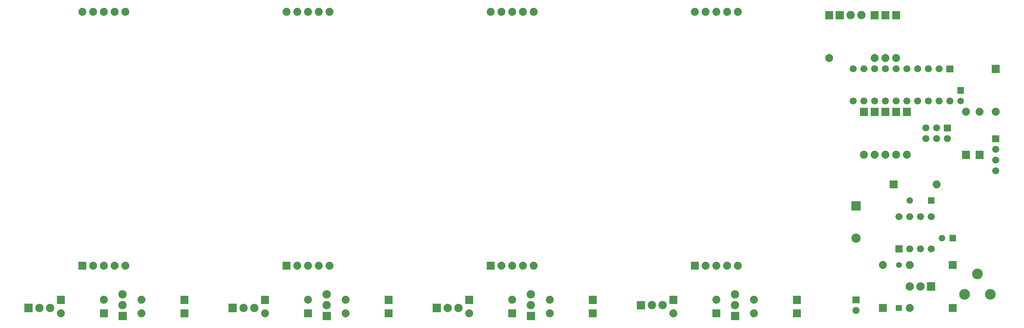
<source format=gbr>
G04 start of page 7 for group -4062 idx -4062 *
G04 Title: Septimus, soldermask *
G04 Creator: pcb 20140316 *
G04 CreationDate: Mon Jun  9 18:26:02 2014 UTC *
G04 For: scheibler *
G04 Format: Gerber/RS-274X *
G04 PCB-Dimensions (mil): 10000.00 4000.00 *
G04 PCB-Coordinate-Origin: lower left *
%MOIN*%
%FSLAX25Y25*%
%LNBOTTOMMASK*%
%ADD72C,0.0995*%
%ADD71C,0.0560*%
%ADD70C,0.0860*%
%ADD69C,0.0610*%
%ADD68C,0.0660*%
%ADD67C,0.0780*%
%ADD66C,0.0001*%
%ADD65C,0.0740*%
G54D65*X95000Y340600D03*
X105000D03*
G54D66*G36*
X91300Y108100D02*Y100700D01*
X98700D01*
Y108100D01*
X91300D01*
G37*
G54D65*X105000Y104400D03*
X115000D03*
X125000D03*
X135000D03*
X115000Y340600D03*
X125000D03*
X135000D03*
G54D66*G36*
X128600Y61400D02*Y53600D01*
X136400D01*
Y61400D01*
X128600D01*
G37*
G54D67*X132500Y67500D03*
Y77500D03*
G54D66*G36*
X111300Y63700D02*Y56300D01*
X118700D01*
Y63700D01*
X111300D01*
G37*
G54D65*X115000Y72500D03*
G54D66*G36*
X421100Y68900D02*Y61100D01*
X428900D01*
Y68900D01*
X421100D01*
G37*
G54D67*X435000Y65000D03*
G54D66*G36*
X376300Y63700D02*Y56300D01*
X383700D01*
Y63700D01*
X376300D01*
G37*
G36*
Y76200D02*Y68800D01*
X383700D01*
Y76200D01*
X376300D01*
G37*
G54D67*X445000Y65000D03*
G54D65*X455000Y60000D03*
G54D66*G36*
X451300Y76200D02*Y68800D01*
X458700D01*
Y76200D01*
X451300D01*
G37*
G36*
X508600Y61400D02*Y53600D01*
X516400D01*
Y61400D01*
X508600D01*
G37*
G54D65*X530000Y60000D03*
G54D66*G36*
X491300Y63700D02*Y56300D01*
X498700D01*
Y63700D01*
X491300D01*
G37*
G54D67*X512500Y67500D03*
G54D65*X530000Y72500D03*
X495000D03*
G54D67*X512500Y77500D03*
G54D66*G36*
X471300Y108100D02*Y100700D01*
X478700D01*
Y108100D01*
X471300D01*
G37*
G54D65*X485000Y104400D03*
X495000D03*
X505000D03*
X515000D03*
G54D66*G36*
X566300Y63700D02*Y56300D01*
X573700D01*
Y63700D01*
X566300D01*
G37*
G36*
Y76200D02*Y68800D01*
X573700D01*
Y76200D01*
X566300D01*
G37*
G36*
X231100Y68900D02*Y61100D01*
X238900D01*
Y68900D01*
X231100D01*
G37*
G54D67*X245000Y65000D03*
X255000D03*
G54D65*X265000Y60000D03*
G54D66*G36*
X186300Y63700D02*Y56300D01*
X193700D01*
Y63700D01*
X186300D01*
G37*
G54D65*X150000Y60000D03*
G54D67*X322500Y77500D03*
G54D66*G36*
X281300Y108100D02*Y100700D01*
X288700D01*
Y108100D01*
X281300D01*
G37*
G54D65*X295000Y104400D03*
X305000D03*
X315000D03*
X325000D03*
X340000Y60000D03*
Y72500D03*
G54D66*G36*
X318600Y61400D02*Y53600D01*
X326400D01*
Y61400D01*
X318600D01*
G37*
G54D67*X322500Y67500D03*
G54D66*G36*
X301300Y63700D02*Y56300D01*
X308700D01*
Y63700D01*
X301300D01*
G37*
G54D65*X305000Y72500D03*
G54D66*G36*
X261300Y76200D02*Y68800D01*
X268700D01*
Y76200D01*
X261300D01*
G37*
G36*
X186300D02*Y68800D01*
X193700D01*
Y76200D01*
X186300D01*
G37*
G54D65*X150000Y72500D03*
G54D66*G36*
X41100Y68900D02*Y61100D01*
X48900D01*
Y68900D01*
X41100D01*
G37*
G54D67*X55000Y65000D03*
X65000D03*
G54D65*X75000Y60000D03*
G54D66*G36*
X71300Y76200D02*Y68800D01*
X78700D01*
Y76200D01*
X71300D01*
G37*
G54D65*X285000Y340600D03*
X295000D03*
X305000D03*
X315000D03*
X325000D03*
X475000D03*
X485000D03*
X495000D03*
X505000D03*
X515000D03*
G54D66*G36*
X941700Y225800D02*Y219200D01*
X948300D01*
Y225800D01*
X941700D01*
G37*
G54D68*X945000Y212500D03*
Y202500D03*
Y192500D03*
G54D66*G36*
X926300Y211200D02*Y203800D01*
X933700D01*
Y211200D01*
X926300D01*
G37*
G54D65*X930000Y247500D03*
X917500D03*
X945000D03*
G54D66*G36*
X909450Y270550D02*Y264450D01*
X915550D01*
Y270550D01*
X909450D01*
G37*
G54D69*X912500Y257500D03*
G54D66*G36*
X913800Y211200D02*Y203800D01*
X921200D01*
Y211200D01*
X913800D01*
G37*
G36*
X941300Y291200D02*Y283800D01*
X948700D01*
Y291200D01*
X941300D01*
G37*
G36*
X899200Y290800D02*Y284200D01*
X905800D01*
Y290800D01*
X899200D01*
G37*
G54D68*X892500Y287500D03*
X882500D03*
X872500D03*
X862500D03*
X852500D03*
X842500D03*
X832500D03*
X822500D03*
G54D66*G36*
X858800Y251200D02*Y243800D01*
X866200D01*
Y251200D01*
X858800D01*
G37*
G36*
X848800D02*Y243800D01*
X856200D01*
Y251200D01*
X848800D01*
G37*
G36*
X838800D02*Y243800D01*
X846200D01*
Y251200D01*
X838800D01*
G37*
G54D68*X842500Y257500D03*
X852500D03*
G54D65*Y207500D03*
X842500D03*
X832500D03*
X822500D03*
G54D66*G36*
X828800Y251200D02*Y243800D01*
X836200D01*
Y251200D01*
X828800D01*
G37*
G36*
X818800D02*Y243800D01*
X826200D01*
Y251200D01*
X818800D01*
G37*
G54D68*X822500Y257500D03*
X832500D03*
G54D65*X862500Y207500D03*
G54D68*Y257500D03*
X872500D03*
X882500D03*
X892500D03*
X902500D03*
G54D66*G36*
X896700Y235800D02*Y229200D01*
X903300D01*
Y235800D01*
X896700D01*
G37*
G54D68*X900000Y222500D03*
X890000Y232500D03*
Y222500D03*
X880000D03*
Y232500D03*
G54D65*X665000Y340600D03*
X675000D03*
X685000D03*
X695000D03*
X705000D03*
G54D66*G36*
X796100Y341400D02*Y333600D01*
X803900D01*
Y341400D01*
X796100D01*
G37*
G54D67*X810000Y337500D03*
G54D66*G36*
X786300Y341200D02*Y333800D01*
X793700D01*
Y341200D01*
X786300D01*
G37*
G36*
X661300Y108100D02*Y100700D01*
X668700D01*
Y108100D01*
X661300D01*
G37*
G54D65*X645000Y60000D03*
G54D66*G36*
X641300Y76200D02*Y68800D01*
X648700D01*
Y76200D01*
X641300D01*
G37*
G36*
X611100Y71400D02*Y63600D01*
X618900D01*
Y71400D01*
X611100D01*
G37*
G54D67*X625000Y67500D03*
X635000D03*
G54D65*X675000Y104400D03*
X685000D03*
G54D66*G36*
X681300Y63700D02*Y56300D01*
X688700D01*
Y63700D01*
X681300D01*
G37*
G54D65*X685000Y72500D03*
X695000Y104400D03*
X705000D03*
G54D66*G36*
X756300Y76200D02*Y68800D01*
X763700D01*
Y76200D01*
X756300D01*
G37*
G54D67*X702500Y77500D03*
G54D66*G36*
X756300Y63700D02*Y56300D01*
X763700D01*
Y63700D01*
X756300D01*
G37*
G54D65*X720000Y60000D03*
Y72500D03*
G54D66*G36*
X698600Y61400D02*Y53600D01*
X706400D01*
Y61400D01*
X698600D01*
G37*
G54D67*X702500Y67500D03*
G54D66*G36*
X811700Y75800D02*Y69200D01*
X818300D01*
Y75800D01*
X811700D01*
G37*
G54D68*X815000Y62500D03*
G54D66*G36*
X838800Y341200D02*Y333800D01*
X846200D01*
Y341200D01*
X838800D01*
G37*
G36*
X848800D02*Y333800D01*
X856200D01*
Y341200D01*
X848800D01*
G37*
G54D65*X842500Y297500D03*
X852500D03*
G54D68*X812500Y287500D03*
G54D65*X832500Y297500D03*
G54D68*X812500Y257500D03*
G54D67*X820000Y337500D03*
G54D65*X790000Y297500D03*
G54D66*G36*
X828800Y341200D02*Y333800D01*
X836200D01*
Y341200D01*
X828800D01*
G37*
G36*
X846300Y183700D02*Y176300D01*
X853700D01*
Y183700D01*
X846300D01*
G37*
G36*
X851700Y123300D02*Y116700D01*
X858300D01*
Y123300D01*
X851700D01*
G37*
G54D68*X855000Y150000D03*
G54D66*G36*
X810700Y164300D02*Y155700D01*
X819300D01*
Y164300D01*
X810700D01*
G37*
G54D70*X815000Y130000D03*
G54D66*G36*
X901300Y108700D02*Y101300D01*
X908700D01*
Y108700D01*
X901300D01*
G37*
G36*
Y68700D02*Y61300D01*
X908700D01*
Y68700D01*
X901300D01*
G37*
G36*
X881100Y88900D02*Y81100D01*
X888900D01*
Y88900D01*
X881100D01*
G37*
G54D67*X875000Y85000D03*
X865000D03*
G54D65*Y105000D03*
Y65000D03*
G54D66*G36*
X836300Y68700D02*Y61300D01*
X843700D01*
Y68700D01*
X836300D01*
G37*
G54D65*X840000Y105000D03*
G54D66*G36*
X852200Y67800D02*Y62200D01*
X857800D01*
Y67800D01*
X852200D01*
G37*
G54D71*X855000Y105000D03*
G54D72*X928000Y96500D03*
X940000Y77500D03*
X916000D03*
G54D69*X865000Y165000D03*
G54D68*Y120000D03*
X875000D03*
Y150000D03*
X865000D03*
G54D65*X890000Y180000D03*
G54D66*G36*
X881950Y168050D02*Y161950D01*
X888050D01*
Y168050D01*
X881950D01*
G37*
G36*
X901950Y133050D02*Y126950D01*
X908050D01*
Y133050D01*
X901950D01*
G37*
G54D69*X895000Y130000D03*
G54D68*X885000Y120000D03*
Y150000D03*
M02*

</source>
